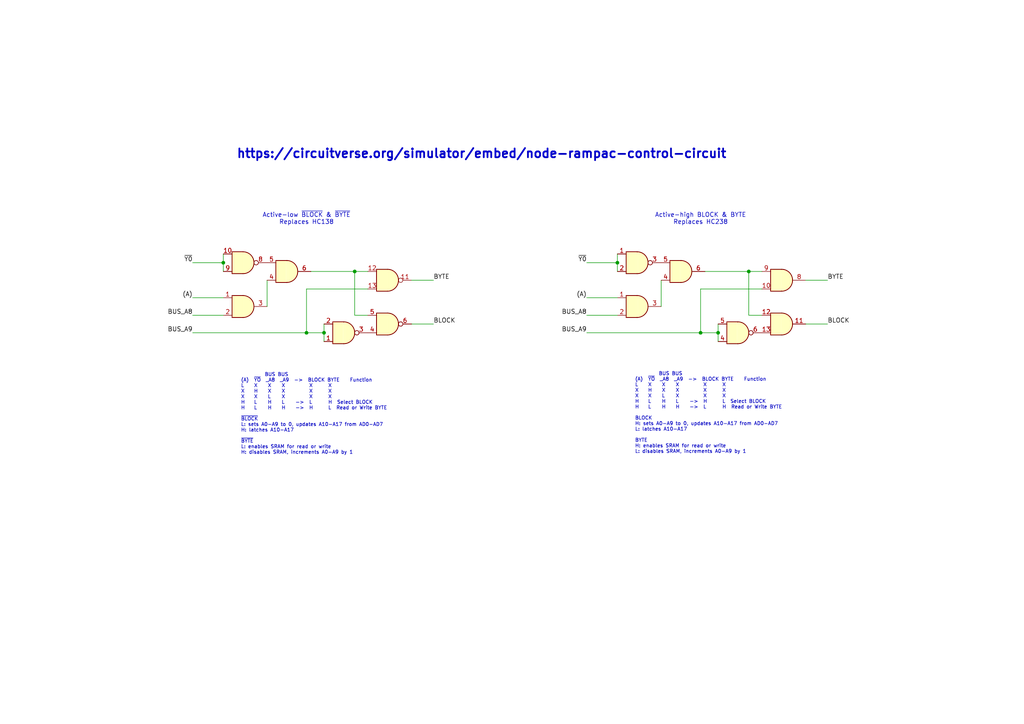
<source format=kicad_sch>
(kicad_sch
	(version 20231120)
	(generator "eeschema")
	(generator_version "8.0")
	(uuid "f15c2929-5cf4-4b4e-965d-148e1bec8a42")
	(paper "A4")
	(title_block
		(title "RAMPAC Control Logic")
		(date "2024-11-25")
		(company "Brian K. White - b.kenyon.w@gmail.com")
		(comment 1 "github.com/bkw777/NODE_DATAPAC")
	)
	(lib_symbols
		(symbol "000_LOCAL:74xx00"
			(exclude_from_sim no)
			(in_bom yes)
			(on_board yes)
			(property "Reference" "U"
				(at 1.524 8.636 0)
				(effects
					(font
						(size 1.27 1.27)
					)
				)
			)
			(property "Value" "74xx00"
				(at 3.302 6.604 0)
				(effects
					(font
						(size 1.27 1.27)
					)
				)
			)
			(property "Footprint" ""
				(at 0 0 0)
				(effects
					(font
						(size 1.27 1.27)
					)
					(hide yes)
				)
			)
			(property "Datasheet" "datasheets/HC00.pdf"
				(at 6.35 0 0)
				(effects
					(font
						(size 1.27 1.27)
					)
					(hide yes)
				)
			)
			(property "Description" "Quad NAND Gate"
				(at 6.35 0 0)
				(effects
					(font
						(size 1.27 1.27)
					)
					(hide yes)
				)
			)
			(property "ki_keywords" "Qaud Gate NAND"
				(at 0 0 0)
				(effects
					(font
						(size 1.27 1.27)
					)
					(hide yes)
				)
			)
			(property "ki_fp_filters" "SSOP* VSSOP*"
				(at 0 0 0)
				(effects
					(font
						(size 1.27 1.27)
					)
					(hide yes)
				)
			)
			(symbol "74xx00_1_1"
				(arc
					(start -0.635 -3.175)
					(mid 2.54 0)
					(end -0.635 3.175)
					(stroke
						(width 0.254)
						(type default)
					)
					(fill
						(type background)
					)
				)
				(polyline
					(pts
						(xy -0.635 -3.175) (xy -3.81 -3.175) (xy -3.81 3.175) (xy -0.635 3.175)
					)
					(stroke
						(width 0.254)
						(type default)
					)
					(fill
						(type background)
					)
				)
				(pin input line
					(at -6.35 2.54 0)
					(length 2.54)
					(name "~"
						(effects
							(font
								(size 1.27 1.27)
							)
						)
					)
					(number "1"
						(effects
							(font
								(size 1.27 1.27)
							)
						)
					)
				)
				(pin input line
					(at -6.35 -2.54 0)
					(length 2.54)
					(name "~"
						(effects
							(font
								(size 1.27 1.27)
							)
						)
					)
					(number "2"
						(effects
							(font
								(size 1.27 1.27)
							)
						)
					)
				)
				(pin output inverted
					(at 6.35 0 180)
					(length 3.81)
					(name "~"
						(effects
							(font
								(size 1.27 1.27)
							)
						)
					)
					(number "3"
						(effects
							(font
								(size 1.27 1.27)
							)
						)
					)
				)
			)
			(symbol "74xx00_2_1"
				(arc
					(start -0.635 -3.175)
					(mid 2.54 0)
					(end -0.635 3.175)
					(stroke
						(width 0.254)
						(type default)
					)
					(fill
						(type background)
					)
				)
				(polyline
					(pts
						(xy -0.635 -3.175) (xy -3.81 -3.175) (xy -3.81 3.175) (xy -0.635 3.175)
					)
					(stroke
						(width 0.254)
						(type default)
					)
					(fill
						(type background)
					)
				)
				(pin input line
					(at -6.35 2.54 0)
					(length 2.54)
					(name "~"
						(effects
							(font
								(size 1.27 1.27)
							)
						)
					)
					(number "4"
						(effects
							(font
								(size 1.27 1.27)
							)
						)
					)
				)
				(pin input line
					(at -6.35 -2.54 0)
					(length 2.54)
					(name "~"
						(effects
							(font
								(size 1.27 1.27)
							)
						)
					)
					(number "5"
						(effects
							(font
								(size 1.27 1.27)
							)
						)
					)
				)
				(pin output inverted
					(at 6.35 0 180)
					(length 3.81)
					(name "~"
						(effects
							(font
								(size 1.27 1.27)
							)
						)
					)
					(number "6"
						(effects
							(font
								(size 1.27 1.27)
							)
						)
					)
				)
			)
			(symbol "74xx00_3_1"
				(arc
					(start -0.635 -3.175)
					(mid 2.54 0)
					(end -0.635 3.175)
					(stroke
						(width 0.254)
						(type default)
					)
					(fill
						(type background)
					)
				)
				(polyline
					(pts
						(xy -0.635 -3.175) (xy -3.81 -3.175) (xy -3.81 3.175) (xy -0.635 3.175)
					)
					(stroke
						(width 0.254)
						(type default)
					)
					(fill
						(type background)
					)
				)
				(pin input line
					(at -6.35 -2.54 0)
					(length 2.54)
					(name "~"
						(effects
							(font
								(size 1.27 1.27)
							)
						)
					)
					(number "10"
						(effects
							(font
								(size 1.27 1.27)
							)
						)
					)
				)
				(pin output inverted
					(at 6.35 0 180)
					(length 3.81)
					(name "~"
						(effects
							(font
								(size 1.27 1.27)
							)
						)
					)
					(number "8"
						(effects
							(font
								(size 1.27 1.27)
							)
						)
					)
				)
				(pin input line
					(at -6.35 2.54 0)
					(length 2.54)
					(name "~"
						(effects
							(font
								(size 1.27 1.27)
							)
						)
					)
					(number "9"
						(effects
							(font
								(size 1.27 1.27)
							)
						)
					)
				)
			)
			(symbol "74xx00_4_1"
				(arc
					(start -0.635 -3.175)
					(mid 2.54 0)
					(end -0.635 3.175)
					(stroke
						(width 0.254)
						(type default)
					)
					(fill
						(type background)
					)
				)
				(polyline
					(pts
						(xy -0.635 -3.175) (xy -3.81 -3.175) (xy -3.81 3.175) (xy -0.635 3.175)
					)
					(stroke
						(width 0.254)
						(type default)
					)
					(fill
						(type background)
					)
				)
				(pin output inverted
					(at 6.35 0 180)
					(length 3.81)
					(name "~"
						(effects
							(font
								(size 1.27 1.27)
							)
						)
					)
					(number "11"
						(effects
							(font
								(size 1.27 1.27)
							)
						)
					)
				)
				(pin input line
					(at -6.35 2.54 0)
					(length 2.54)
					(name "~"
						(effects
							(font
								(size 1.27 1.27)
							)
						)
					)
					(number "12"
						(effects
							(font
								(size 1.27 1.27)
							)
						)
					)
				)
				(pin input line
					(at -6.35 -2.54 0)
					(length 2.54)
					(name "~"
						(effects
							(font
								(size 1.27 1.27)
							)
						)
					)
					(number "13"
						(effects
							(font
								(size 1.27 1.27)
							)
						)
					)
				)
			)
			(symbol "74xx00_5_0"
				(rectangle
					(start -5.08 5.08)
					(end 5.08 -5.08)
					(stroke
						(width 0.254)
						(type default)
					)
					(fill
						(type background)
					)
				)
			)
			(symbol "74xx00_5_1"
				(pin power_in line
					(at 0 10.16 270)
					(length 5.08)
					(name "VCC"
						(effects
							(font
								(size 1.27 1.27)
							)
						)
					)
					(number "14"
						(effects
							(font
								(size 1.27 1.27)
							)
						)
					)
				)
				(pin power_in line
					(at 0 -10.16 90)
					(length 5.08)
					(name "GND"
						(effects
							(font
								(size 1.27 1.27)
							)
						)
					)
					(number "7"
						(effects
							(font
								(size 1.27 1.27)
							)
						)
					)
				)
			)
		)
		(symbol "000_LOCAL:74xx08"
			(exclude_from_sim no)
			(in_bom yes)
			(on_board yes)
			(property "Reference" "U"
				(at 1.524 8.636 0)
				(effects
					(font
						(size 1.27 1.27)
					)
				)
			)
			(property "Value" "74xx08"
				(at 3.302 6.604 0)
				(effects
					(font
						(size 1.27 1.27)
					)
				)
			)
			(property "Footprint" ""
				(at 0 0 0)
				(effects
					(font
						(size 1.27 1.27)
					)
					(hide yes)
				)
			)
			(property "Datasheet" "datasheets/HC08.pdf"
				(at 6.35 0 0)
				(effects
					(font
						(size 1.27 1.27)
					)
					(hide yes)
				)
			)
			(property "Description" "Quad AND Gate"
				(at 6.35 0 0)
				(effects
					(font
						(size 1.27 1.27)
					)
					(hide yes)
				)
			)
			(property "ki_keywords" "Quad Gate AND"
				(at 0 0 0)
				(effects
					(font
						(size 1.27 1.27)
					)
					(hide yes)
				)
			)
			(property "ki_fp_filters" "SSOP* VSSOP*"
				(at 0 0 0)
				(effects
					(font
						(size 1.27 1.27)
					)
					(hide yes)
				)
			)
			(symbol "74xx08_1_1"
				(arc
					(start -0.635 -3.175)
					(mid 2.54 0)
					(end -0.635 3.175)
					(stroke
						(width 0.254)
						(type default)
					)
					(fill
						(type background)
					)
				)
				(polyline
					(pts
						(xy -0.635 -3.175) (xy -3.81 -3.175) (xy -3.81 3.175) (xy -0.635 3.175)
					)
					(stroke
						(width 0.254)
						(type default)
					)
					(fill
						(type background)
					)
				)
				(pin input line
					(at -6.35 2.54 0)
					(length 2.54)
					(name "~"
						(effects
							(font
								(size 1.27 1.27)
							)
						)
					)
					(number "1"
						(effects
							(font
								(size 1.27 1.27)
							)
						)
					)
				)
				(pin input line
					(at -6.35 -2.54 0)
					(length 2.54)
					(name "~"
						(effects
							(font
								(size 1.27 1.27)
							)
						)
					)
					(number "2"
						(effects
							(font
								(size 1.27 1.27)
							)
						)
					)
				)
				(pin output line
					(at 6.35 0 180)
					(length 3.81)
					(name "~"
						(effects
							(font
								(size 1.27 1.27)
							)
						)
					)
					(number "3"
						(effects
							(font
								(size 1.27 1.27)
							)
						)
					)
				)
			)
			(symbol "74xx08_2_1"
				(arc
					(start -0.635 -3.175)
					(mid 2.54 0)
					(end -0.635 3.175)
					(stroke
						(width 0.254)
						(type default)
					)
					(fill
						(type background)
					)
				)
				(polyline
					(pts
						(xy -0.635 -3.175) (xy -3.81 -3.175) (xy -3.81 3.175) (xy -0.635 3.175)
					)
					(stroke
						(width 0.254)
						(type default)
					)
					(fill
						(type background)
					)
				)
				(pin input line
					(at -6.35 2.54 0)
					(length 2.54)
					(name "~"
						(effects
							(font
								(size 1.27 1.27)
							)
						)
					)
					(number "4"
						(effects
							(font
								(size 1.27 1.27)
							)
						)
					)
				)
				(pin input line
					(at -6.35 -2.54 0)
					(length 2.54)
					(name "~"
						(effects
							(font
								(size 1.27 1.27)
							)
						)
					)
					(number "5"
						(effects
							(font
								(size 1.27 1.27)
							)
						)
					)
				)
				(pin output line
					(at 6.35 0 180)
					(length 3.81)
					(name "~"
						(effects
							(font
								(size 1.27 1.27)
							)
						)
					)
					(number "6"
						(effects
							(font
								(size 1.27 1.27)
							)
						)
					)
				)
			)
			(symbol "74xx08_3_1"
				(arc
					(start -0.635 -3.175)
					(mid 2.54 0)
					(end -0.635 3.175)
					(stroke
						(width 0.254)
						(type default)
					)
					(fill
						(type background)
					)
				)
				(polyline
					(pts
						(xy -0.635 -3.175) (xy -3.81 -3.175) (xy -3.81 3.175) (xy -0.635 3.175)
					)
					(stroke
						(width 0.254)
						(type default)
					)
					(fill
						(type background)
					)
				)
				(pin input line
					(at -6.35 -2.54 0)
					(length 2.54)
					(name "~"
						(effects
							(font
								(size 1.27 1.27)
							)
						)
					)
					(number "10"
						(effects
							(font
								(size 1.27 1.27)
							)
						)
					)
				)
				(pin output line
					(at 6.35 0 180)
					(length 3.81)
					(name "~"
						(effects
							(font
								(size 1.27 1.27)
							)
						)
					)
					(number "8"
						(effects
							(font
								(size 1.27 1.27)
							)
						)
					)
				)
				(pin input line
					(at -6.35 2.54 0)
					(length 2.54)
					(name "~"
						(effects
							(font
								(size 1.27 1.27)
							)
						)
					)
					(number "9"
						(effects
							(font
								(size 1.27 1.27)
							)
						)
					)
				)
			)
			(symbol "74xx08_4_1"
				(arc
					(start -0.635 -3.175)
					(mid 2.54 0)
					(end -0.635 3.175)
					(stroke
						(width 0.254)
						(type default)
					)
					(fill
						(type background)
					)
				)
				(polyline
					(pts
						(xy -0.635 -3.175) (xy -3.81 -3.175) (xy -3.81 3.175) (xy -0.635 3.175)
					)
					(stroke
						(width 0.254)
						(type default)
					)
					(fill
						(type background)
					)
				)
				(pin output line
					(at 6.35 0 180)
					(length 3.81)
					(name "~"
						(effects
							(font
								(size 1.27 1.27)
							)
						)
					)
					(number "11"
						(effects
							(font
								(size 1.27 1.27)
							)
						)
					)
				)
				(pin input line
					(at -6.35 2.54 0)
					(length 2.54)
					(name "~"
						(effects
							(font
								(size 1.27 1.27)
							)
						)
					)
					(number "12"
						(effects
							(font
								(size 1.27 1.27)
							)
						)
					)
				)
				(pin input line
					(at -6.35 -2.54 0)
					(length 2.54)
					(name "~"
						(effects
							(font
								(size 1.27 1.27)
							)
						)
					)
					(number "13"
						(effects
							(font
								(size 1.27 1.27)
							)
						)
					)
				)
			)
			(symbol "74xx08_5_0"
				(rectangle
					(start -5.08 5.08)
					(end 5.08 -5.08)
					(stroke
						(width 0.254)
						(type default)
					)
					(fill
						(type background)
					)
				)
			)
			(symbol "74xx08_5_1"
				(pin power_in line
					(at 0 10.16 270)
					(length 5.08)
					(name "VCC"
						(effects
							(font
								(size 1.27 1.27)
							)
						)
					)
					(number "14"
						(effects
							(font
								(size 1.27 1.27)
							)
						)
					)
				)
				(pin power_in line
					(at 0 -10.16 90)
					(length 5.08)
					(name "GND"
						(effects
							(font
								(size 1.27 1.27)
							)
						)
					)
					(number "7"
						(effects
							(font
								(size 1.27 1.27)
							)
						)
					)
				)
			)
		)
	)
	(junction
		(at 208.28 96.52)
		(diameter 0)
		(color 0 0 0 0)
		(uuid "56313f31-1b51-4f1a-9e07-40c806964e99")
	)
	(junction
		(at 88.9 96.52)
		(diameter 0)
		(color 0 0 0 0)
		(uuid "ad65fc6b-6e96-48f3-817f-8ad628c076c1")
	)
	(junction
		(at 179.07 76.2)
		(diameter 0)
		(color 0 0 0 0)
		(uuid "b1878cc3-7121-4e96-955d-320efad36a77")
	)
	(junction
		(at 64.77 76.2)
		(diameter 0)
		(color 0 0 0 0)
		(uuid "b54ab78f-bd38-4d90-bbd4-0cd1ab6be862")
	)
	(junction
		(at 93.98 96.52)
		(diameter 0)
		(color 0 0 0 0)
		(uuid "bcd4d080-4c28-45ee-a515-71cf903e0f26")
	)
	(junction
		(at 102.87 78.74)
		(diameter 0)
		(color 0 0 0 0)
		(uuid "c8b2229a-0c0f-46cc-a23a-ac83d4b89915")
	)
	(junction
		(at 203.2 96.52)
		(diameter 0)
		(color 0 0 0 0)
		(uuid "d8d41a92-9b2e-4eca-ab1f-c87af4d421e3")
	)
	(junction
		(at 217.17 78.74)
		(diameter 0)
		(color 0 0 0 0)
		(uuid "e19de3d1-1859-44cd-8ae0-1218359547a3")
	)
	(wire
		(pts
			(xy 170.18 96.52) (xy 203.2 96.52)
		)
		(stroke
			(width 0)
			(type default)
		)
		(uuid "0e36a295-701b-41e3-ac63-b51c98959e50")
	)
	(wire
		(pts
			(xy 55.88 76.2) (xy 64.77 76.2)
		)
		(stroke
			(width 0)
			(type default)
		)
		(uuid "1b635998-2f14-4ed1-8815-4f7f7e937a49")
	)
	(wire
		(pts
			(xy 233.68 81.28) (xy 240.03 81.28)
		)
		(stroke
			(width 0)
			(type default)
		)
		(uuid "24bbfed5-c844-4e7b-a3ab-2d0c59c50300")
	)
	(wire
		(pts
			(xy 179.07 73.66) (xy 179.07 76.2)
		)
		(stroke
			(width 0)
			(type default)
		)
		(uuid "296f23af-0302-40e1-9535-0e73967dc2e7")
	)
	(wire
		(pts
			(xy 64.77 73.66) (xy 64.77 76.2)
		)
		(stroke
			(width 0)
			(type default)
		)
		(uuid "2aa619fa-8b3a-4b2a-ae60-6498c4a4a787")
	)
	(wire
		(pts
			(xy 191.77 81.28) (xy 191.77 88.9)
		)
		(stroke
			(width 0)
			(type default)
		)
		(uuid "2d6b124b-0e31-41f9-a4b6-53dfe0e4b302")
	)
	(wire
		(pts
			(xy 233.68 93.98) (xy 240.03 93.98)
		)
		(stroke
			(width 0)
			(type default)
		)
		(uuid "3233a991-5e0d-403c-8271-b9c110f2def5")
	)
	(wire
		(pts
			(xy 203.2 83.82) (xy 203.2 96.52)
		)
		(stroke
			(width 0)
			(type default)
		)
		(uuid "40d15adb-ee27-487f-93a3-76b97e4af264")
	)
	(wire
		(pts
			(xy 106.68 91.44) (xy 102.87 91.44)
		)
		(stroke
			(width 0)
			(type default)
		)
		(uuid "481a7823-4491-4c51-b4e6-7e1026a7b437")
	)
	(wire
		(pts
			(xy 55.88 91.44) (xy 64.77 91.44)
		)
		(stroke
			(width 0)
			(type default)
		)
		(uuid "50ee9d56-e1ed-4d43-8d8a-866995b1a052")
	)
	(wire
		(pts
			(xy 119.38 81.28) (xy 125.73 81.28)
		)
		(stroke
			(width 0)
			(type default)
		)
		(uuid "52873688-da53-4756-8b2a-bde46f041e6a")
	)
	(wire
		(pts
			(xy 220.98 91.44) (xy 217.17 91.44)
		)
		(stroke
			(width 0)
			(type default)
		)
		(uuid "5dca31f6-ef5e-4cc0-917e-1cdf35a08c19")
	)
	(wire
		(pts
			(xy 217.17 78.74) (xy 220.98 78.74)
		)
		(stroke
			(width 0)
			(type default)
		)
		(uuid "6d047921-32e7-4bce-b8dd-c976fa7f9499")
	)
	(wire
		(pts
			(xy 208.28 93.98) (xy 208.28 96.52)
		)
		(stroke
			(width 0)
			(type default)
		)
		(uuid "74821c49-bf52-4669-a041-9ee0919b4ec8")
	)
	(wire
		(pts
			(xy 64.77 76.2) (xy 64.77 78.74)
		)
		(stroke
			(width 0)
			(type default)
		)
		(uuid "8027a0c0-fd8e-4f7c-817c-2575e1b3884e")
	)
	(wire
		(pts
			(xy 179.07 76.2) (xy 179.07 78.74)
		)
		(stroke
			(width 0)
			(type default)
		)
		(uuid "85ad2e1a-f814-4fb2-932f-66471ec89ee4")
	)
	(wire
		(pts
			(xy 93.98 96.52) (xy 93.98 99.06)
		)
		(stroke
			(width 0)
			(type default)
		)
		(uuid "88858f27-7ae8-4ef3-a4ff-98f5e618d899")
	)
	(wire
		(pts
			(xy 102.87 78.74) (xy 102.87 91.44)
		)
		(stroke
			(width 0)
			(type default)
		)
		(uuid "8f848bf5-40b4-4ecf-86c1-2211fb297bac")
	)
	(wire
		(pts
			(xy 204.47 78.74) (xy 217.17 78.74)
		)
		(stroke
			(width 0)
			(type default)
		)
		(uuid "906b10ad-9783-4501-a6ae-db96fb498dd8")
	)
	(wire
		(pts
			(xy 90.17 78.74) (xy 102.87 78.74)
		)
		(stroke
			(width 0)
			(type default)
		)
		(uuid "976d8d2f-5d2e-426b-8d7d-4dfe96074f96")
	)
	(wire
		(pts
			(xy 220.98 83.82) (xy 203.2 83.82)
		)
		(stroke
			(width 0)
			(type default)
		)
		(uuid "9906d8b4-4423-44ce-8be0-cba5954995e4")
	)
	(wire
		(pts
			(xy 88.9 96.52) (xy 93.98 96.52)
		)
		(stroke
			(width 0)
			(type default)
		)
		(uuid "9deeb972-6bde-4ee2-9d19-fc09c8e77d8d")
	)
	(wire
		(pts
			(xy 208.28 96.52) (xy 208.28 99.06)
		)
		(stroke
			(width 0)
			(type default)
		)
		(uuid "a1b2eb0c-57af-42af-bd87-c6b15f7ab0e3")
	)
	(wire
		(pts
			(xy 170.18 91.44) (xy 179.07 91.44)
		)
		(stroke
			(width 0)
			(type default)
		)
		(uuid "af9fb310-f0c4-4e50-8b12-ae4e79a806dc")
	)
	(wire
		(pts
			(xy 55.88 96.52) (xy 88.9 96.52)
		)
		(stroke
			(width 0)
			(type default)
		)
		(uuid "b310d5d9-1fd0-41c8-84f2-981fc917464c")
	)
	(wire
		(pts
			(xy 102.87 78.74) (xy 106.68 78.74)
		)
		(stroke
			(width 0)
			(type default)
		)
		(uuid "b86b0587-453a-48ee-bc3d-e03e77ecd979")
	)
	(wire
		(pts
			(xy 119.38 93.98) (xy 125.73 93.98)
		)
		(stroke
			(width 0)
			(type default)
		)
		(uuid "cda833c5-46c4-495b-b9c3-0443e1628742")
	)
	(wire
		(pts
			(xy 203.2 96.52) (xy 208.28 96.52)
		)
		(stroke
			(width 0)
			(type default)
		)
		(uuid "dbcdba4a-bd25-4a23-985a-52dec5ff4f28")
	)
	(wire
		(pts
			(xy 170.18 76.2) (xy 179.07 76.2)
		)
		(stroke
			(width 0)
			(type default)
		)
		(uuid "e4cfced7-b2df-479b-8042-bcf9e066a5d9")
	)
	(wire
		(pts
			(xy 93.98 93.98) (xy 93.98 96.52)
		)
		(stroke
			(width 0)
			(type default)
		)
		(uuid "ee526893-a848-4622-aa96-58650745bb3a")
	)
	(wire
		(pts
			(xy 170.18 86.36) (xy 179.07 86.36)
		)
		(stroke
			(width 0)
			(type default)
		)
		(uuid "f1451f96-2ff0-49eb-8b78-331d5c312e4f")
	)
	(wire
		(pts
			(xy 55.88 86.36) (xy 64.77 86.36)
		)
		(stroke
			(width 0)
			(type default)
		)
		(uuid "f648a4b0-b4ea-48ab-b050-4b32a7e8d60f")
	)
	(wire
		(pts
			(xy 217.17 78.74) (xy 217.17 91.44)
		)
		(stroke
			(width 0)
			(type default)
		)
		(uuid "f8841a1e-d239-45f1-b274-360cc856f479")
	)
	(wire
		(pts
			(xy 77.47 81.28) (xy 77.47 88.9)
		)
		(stroke
			(width 0)
			(type default)
		)
		(uuid "fea9bab0-6ac4-49be-a097-66e296f859b6")
	)
	(wire
		(pts
			(xy 88.9 83.82) (xy 88.9 96.52)
		)
		(stroke
			(width 0)
			(type default)
		)
		(uuid "ff87a3bf-f118-44e4-b8b2-7339fe79f2a9")
	)
	(wire
		(pts
			(xy 106.68 83.82) (xy 88.9 83.82)
		)
		(stroke
			(width 0)
			(type default)
		)
		(uuid "ffbed5e4-194a-4356-bb2a-5a3f5fd00c76")
	)
	(text "Active-high BLOCK & BYTE\nReplaces HC238"
		(exclude_from_sim no)
		(at 203.2 63.5 0)
		(effects
			(font
				(size 1.27 1.27)
			)
		)
		(uuid "1b1b744b-52cc-4a6b-a208-888828f32f07")
	)
	(text "Active-low ~{BLOCK} & ~{BYTE}\nReplaces HC138"
		(exclude_from_sim no)
		(at 88.9 63.5 0)
		(effects
			(font
				(size 1.27 1.27)
			)
		)
		(uuid "9b0863f8-9391-4a0a-8f03-88facf48d0c1")
	)
	(text "         BUS BUS\n(A)	~{YO}  _A8  _A9  ->  BLOCK BYTE    Function\nL	X	X	X		X	  X\nX	H	X	X		X	  X\nX	X	L	X		X	  X\nH	L	H	L	->  L	  H  Select BLOCK\nH	L	H	H	->  H	  L  Read or Write BYTE\n\n~{BLOCK}\nL: sets A0-A9 to 0, updates A10-A17 from AD0-AD7\nH: latches A10-A17\n\n~{BYTE}\nL: enables SRAM for read or write\nH: disables SRAM, increments A0-A9 by 1\n"
		(exclude_from_sim no)
		(at 69.85 108.204 0)
		(effects
			(font
				(face "KiCad Font")
				(size 1 1)
			)
			(justify left top)
		)
		(uuid "d2d54b37-c8c2-4d1b-ab40-c17599d1e7f1")
	)
	(text "         BUS BUS\n(A)	~{YO}  _A8  _A9  ->  BLOCK BYTE    Function\nL	X	X	X		X	  X\nX	H	X	X		X	  X\nX	X	L	X		X	  X\nH	L	H	L	->  H	  L  Select BLOCK\nH	L	H	H	->  L	  H  Read or Write BYTE\n\nBLOCK\nH: sets A0-A9 to 0, updates A10-A17 from AD0-AD7\nL: latches A10-A17\n\nBYTE\nH: enables SRAM for read or write\nL: disables SRAM, increments A0-A9 by 1\n"
		(exclude_from_sim no)
		(at 184.15 107.95 0)
		(effects
			(font
				(face "KiCad Font")
				(size 1 1)
			)
			(justify left top)
		)
		(uuid "e2fc4626-87cb-403f-acf5-21accce15267")
	)
	(text "https://circuitverse.org/simulator/embed/node-rampac-control-circuit"
		(exclude_from_sim no)
		(at 139.7 44.704 0)
		(effects
			(font
				(size 2.54 2.54)
				(thickness 0.508)
				(bold yes)
			)
		)
		(uuid "f980b623-a9ef-4fbd-b7a2-3df59dfff4d7")
	)
	(label "~{Y0}"
		(at 55.88 76.2 180)
		(fields_autoplaced yes)
		(effects
			(font
				(size 1.27 1.27)
			)
			(justify right bottom)
		)
		(uuid "1f217482-894a-4e06-989e-249f1c6ce976")
	)
	(label "(A)"
		(at 170.18 86.36 180)
		(fields_autoplaced yes)
		(effects
			(font
				(size 1.27 1.27)
			)
			(justify right bottom)
		)
		(uuid "26f24c64-71f1-4b61-858b-c7ec076136e2")
	)
	(label "BUS_A9"
		(at 170.18 96.52 180)
		(fields_autoplaced yes)
		(effects
			(font
				(size 1.27 1.27)
			)
			(justify right bottom)
		)
		(uuid "46916032-3d28-410d-b9be-64897c3e8d6b")
	)
	(label "BYTE"
		(at 240.03 81.28 0)
		(fields_autoplaced yes)
		(effects
			(font
				(size 1.27 1.27)
			)
			(justify left bottom)
		)
		(uuid "5b7f43f5-4b03-417b-b7a6-d47e64806a50")
	)
	(label "(A)"
		(at 55.88 86.36 180)
		(fields_autoplaced yes)
		(effects
			(font
				(size 1.27 1.27)
			)
			(justify right bottom)
		)
		(uuid "74b8cd22-9d51-4321-aea2-1179e8ea966a")
	)
	(label "BUS_A8"
		(at 55.88 91.44 180)
		(fields_autoplaced yes)
		(effects
			(font
				(size 1.27 1.27)
			)
			(justify right bottom)
		)
		(uuid "8ba6f2b2-1f7d-460b-b972-fcd3ee5cbdb0")
	)
	(label "BUS_A9"
		(at 55.88 96.52 180)
		(fields_autoplaced yes)
		(effects
			(font
				(size 1.27 1.27)
			)
			(justify right bottom)
		)
		(uuid "9168f0d9-0c1d-49c5-a24a-6195b261c63c")
	)
	(label "BLOCK"
		(at 125.73 93.98 0)
		(fields_autoplaced yes)
		(effects
			(font
				(size 1.27 1.27)
			)
			(justify left bottom)
		)
		(uuid "9a430ad2-3827-44fa-a0a3-13e5465d7587")
	)
	(label "~{Y0}"
		(at 170.18 76.2 180)
		(fields_autoplaced yes)
		(effects
			(font
				(size 1.27 1.27)
			)
			(justify right bottom)
		)
		(uuid "b213052a-974f-4699-9bfe-2c609db9a494")
	)
	(label "BYTE"
		(at 125.73 81.28 0)
		(fields_autoplaced yes)
		(effects
			(font
				(size 1.27 1.27)
			)
			(justify left bottom)
		)
		(uuid "bc89ae6c-5812-4b06-bb0a-a30407b4b8cb")
	)
	(label "BLOCK"
		(at 240.03 93.98 0)
		(fields_autoplaced yes)
		(effects
			(font
				(size 1.27 1.27)
			)
			(justify left bottom)
		)
		(uuid "c415988f-5580-473d-91d3-c15980c0247a")
	)
	(label "BUS_A8"
		(at 170.18 91.44 180)
		(fields_autoplaced yes)
		(effects
			(font
				(size 1.27 1.27)
			)
			(justify right bottom)
		)
		(uuid "d486a3d2-482c-45a4-9ddc-c6029ad0fa99")
	)
	(symbol
		(lib_id "000_LOCAL:74xx08")
		(at 198.12 78.74 0)
		(mirror x)
		(unit 2)
		(exclude_from_sim no)
		(in_bom yes)
		(on_board yes)
		(dnp no)
		(uuid "0f504627-fce3-4894-8e2f-a817ca9d635e")
		(property "Reference" "U3"
			(at 196.85 77.47 0)
			(effects
				(font
					(size 1.27 1.27)
				)
				(hide yes)
			)
		)
		(property "Value" "HC08"
			(at 197.358 79.756 0)
			(effects
				(font
					(size 1.27 1.27)
				)
				(hide yes)
			)
		)
		(property "Footprint" "000_LOCAL:SOIC-14_3.9x8.7mm_P1.27mm"
			(at 198.12 78.74 0)
			(effects
				(font
					(size 1.27 1.27)
				)
				(hide yes)
			)
		)
		(property "Datasheet" "datasheets/HC08.pdf"
			(at 204.47 78.74 0)
			(effects
				(font
					(size 1.27 1.27)
				)
				(hide yes)
			)
		)
		(property "Description" "IC GATE AND 4CH 2-INP 14SO"
			(at 204.47 78.74 0)
			(effects
				(font
					(size 1.27 1.27)
				)
				(hide yes)
			)
		)
		(property "MPN" "74HC08D,653"
			(at 198.12 78.74 0)
			(effects
				(font
					(size 1.27 1.27)
				)
				(hide yes)
			)
		)
		(pin "10"
			(uuid "bb7534d7-1bba-4750-8c68-f3d1011f9008")
		)
		(pin "6"
			(uuid "03b6e8b1-7676-4117-8346-dd75c4528a8a")
		)
		(pin "2"
			(uuid "73cd226a-b044-4154-b927-5dc6ed52acd4")
		)
		(pin "5"
			(uuid "621fa591-e4ef-4b01-8ab0-e5650eff2ea7")
		)
		(pin "4"
			(uuid "2c1c1475-9206-4adc-80ef-114fc494351a")
		)
		(pin "8"
			(uuid "714ac9f7-059a-4b9b-b3e8-1c8d3c910c0a")
		)
		(pin "12"
			(uuid "4526d731-76ba-4a78-8604-29287682d71e")
		)
		(pin "1"
			(uuid "21c411cf-107d-4669-8e50-d29b3170a746")
		)
		(pin "13"
			(uuid "83bdc63f-32f5-4c60-8ab0-a409b7376b87")
		)
		(pin "3"
			(uuid "e547ac33-f5b1-4e4a-a943-a4601c1e8d6c")
		)
		(pin "11"
			(uuid "11a35984-858f-4669-b5fd-6761838003be")
		)
		(pin "14"
			(uuid "397e49b7-b70e-4f38-a027-af951a3dd0bc")
		)
		(pin "7"
			(uuid "fcad5c90-ad43-4420-ac39-27973a027cd9")
		)
		(pin "9"
			(uuid "5acd6ab9-4f75-4d95-acfb-1600e8e14b58")
		)
		(instances
			(project ""
				(path "/f15c2929-5cf4-4b4e-965d-148e1bec8a42"
					(reference "U3")
					(unit 2)
				)
			)
		)
	)
	(symbol
		(lib_id "000_LOCAL:74xx08")
		(at 71.12 88.9 0)
		(unit 1)
		(exclude_from_sim no)
		(in_bom yes)
		(on_board yes)
		(dnp no)
		(uuid "1004f691-bc39-401b-bf87-2a3f7aed4977")
		(property "Reference" "U2"
			(at 69.596 87.63 0)
			(effects
				(font
					(size 1.27 1.27)
				)
				(hide yes)
			)
		)
		(property "Value" "HC08"
			(at 70.104 90.17 0)
			(effects
				(font
					(size 1.27 1.27)
				)
				(hide yes)
			)
		)
		(property "Footprint" "000_LOCAL:SOIC-14_3.9x8.7mm_P1.27mm"
			(at 71.12 88.9 0)
			(effects
				(font
					(size 1.27 1.27)
				)
				(hide yes)
			)
		)
		(property "Datasheet" "datasheets/HC08.pdf"
			(at 77.47 88.9 0)
			(effects
				(font
					(size 1.27 1.27)
				)
				(hide yes)
			)
		)
		(property "Description" "IC GATE AND 4CH 2-INP 14SO"
			(at 77.47 88.9 0)
			(effects
				(font
					(size 1.27 1.27)
				)
				(hide yes)
			)
		)
		(property "MPN" "74HC08D,653"
			(at 71.12 88.9 0)
			(effects
				(font
					(size 1.27 1.27)
				)
				(hide yes)
			)
		)
		(pin "10"
			(uuid "bb7534d7-1bba-4750-8c68-f3d1011f900b")
		)
		(pin "6"
			(uuid "03b6e8b1-7676-4117-8346-dd75c4528a8d")
		)
		(pin "2"
			(uuid "41652247-c8d6-454e-87dc-2c77a7ddc799")
		)
		(pin "5"
			(uuid "621fa591-e4ef-4b01-8ab0-e5650eff2eaa")
		)
		(pin "4"
			(uuid "2c1c1475-9206-4adc-80ef-114fc494351d")
		)
		(pin "8"
			(uuid "714ac9f7-059a-4b9b-b3e8-1c8d3c910c0d")
		)
		(pin "12"
			(uuid "4526d731-76ba-4a78-8604-29287682d721")
		)
		(pin "1"
			(uuid "66873caf-f262-4fbf-9fd5-0d706518d141")
		)
		(pin "13"
			(uuid "83bdc63f-32f5-4c60-8ab0-a409b7376b8a")
		)
		(pin "3"
			(uuid "66f430bb-2009-4918-8a98-c9a3ba732da0")
		)
		(pin "11"
			(uuid "11a35984-858f-4669-b5fd-6761838003c1")
		)
		(pin "14"
			(uuid "397e49b7-b70e-4f38-a027-af951a3dd0bf")
		)
		(pin "7"
			(uuid "fcad5c90-ad43-4420-ac39-27973a027cdc")
		)
		(pin "9"
			(uuid "5acd6ab9-4f75-4d95-acfb-1600e8e14b5b")
		)
		(instances
			(project "replace_238"
				(path "/f15c2929-5cf4-4b4e-965d-148e1bec8a42"
					(reference "U2")
					(unit 1)
				)
			)
		)
	)
	(symbol
		(lib_id "000_LOCAL:74xx00")
		(at 113.03 81.28 0)
		(unit 4)
		(exclude_from_sim no)
		(in_bom yes)
		(on_board yes)
		(dnp no)
		(uuid "118d60ca-14d6-4265-ac3e-1d01f2e10b69")
		(property "Reference" "U1"
			(at 111.76 80.01 0)
			(effects
				(font
					(size 1.27 1.27)
				)
				(hide yes)
			)
		)
		(property "Value" "HC00"
			(at 112.268 82.55 0)
			(effects
				(font
					(size 1.27 1.27)
				)
				(hide yes)
			)
		)
		(property "Footprint" ""
			(at 113.03 81.28 0)
			(effects
				(font
					(size 1.27 1.27)
				)
				(hide yes)
			)
		)
		(property "Datasheet" "datasheets/HC00.pdf"
			(at 119.38 81.28 0)
			(effects
				(font
					(size 1.27 1.27)
				)
				(hide yes)
			)
		)
		(property "Description" "Quad NAND Gate"
			(at 119.38 81.28 0)
			(effects
				(font
					(size 1.27 1.27)
				)
				(hide yes)
			)
		)
		(pin "13"
			(uuid "800f686b-3fc8-4298-a892-44851850168b")
		)
		(pin "6"
			(uuid "50f8bce6-eb8c-40fb-a328-9ed6be808930")
		)
		(pin "14"
			(uuid "e9a170bd-c6c4-48da-aaf3-f72742a89570")
		)
		(pin "5"
			(uuid "4837bd42-0818-4867-bf60-70a9e04cbeb0")
		)
		(pin "9"
			(uuid "0164b0f7-9956-492e-800e-b21c3e0ee913")
		)
		(pin "2"
			(uuid "15567024-14bb-4f87-b041-380521853174")
		)
		(pin "10"
			(uuid "9246da32-0e26-44ea-a233-c4cb81720b3b")
		)
		(pin "4"
			(uuid "b1b0f69d-4410-47c4-97cf-739208d12223")
		)
		(pin "8"
			(uuid "95ddd842-b9fb-40c8-a23b-00d08dd67850")
		)
		(pin "11"
			(uuid "81006710-d218-4d11-bc63-7a6a9e75d841")
		)
		(pin "3"
			(uuid "569d91df-9c9b-45fd-ab73-a3484711cb09")
		)
		(pin "12"
			(uuid "cb36b4d6-6c04-4ce6-9322-7a3a560d774f")
		)
		(pin "7"
			(uuid "74d3258f-a9a9-4c23-9355-1b900ca0019c")
		)
		(pin "1"
			(uuid "8b4c88f5-2ce3-4abf-ad54-ec0e096fc965")
		)
		(instances
			(project "replace_238"
				(path "/f15c2929-5cf4-4b4e-965d-148e1bec8a42"
					(reference "U1")
					(unit 4)
				)
			)
		)
	)
	(symbol
		(lib_id "000_LOCAL:74xx00")
		(at 214.63 96.52 0)
		(mirror x)
		(unit 2)
		(exclude_from_sim no)
		(in_bom yes)
		(on_board yes)
		(dnp no)
		(uuid "13ba83a6-ff50-486f-8903-656642546781")
		(property "Reference" "U4"
			(at 213.614 95.25 0)
			(effects
				(font
					(size 1.27 1.27)
				)
				(hide yes)
			)
		)
		(property "Value" "HC00"
			(at 213.614 97.79 0)
			(effects
				(font
					(size 1.27 1.27)
				)
				(hide yes)
			)
		)
		(property "Footprint" ""
			(at 214.63 96.52 0)
			(effects
				(font
					(size 1.27 1.27)
				)
				(hide yes)
			)
		)
		(property "Datasheet" "datasheets/HC00.pdf"
			(at 220.98 96.52 0)
			(effects
				(font
					(size 1.27 1.27)
				)
				(hide yes)
			)
		)
		(property "Description" "Quad NAND Gate"
			(at 220.98 96.52 0)
			(effects
				(font
					(size 1.27 1.27)
				)
				(hide yes)
			)
		)
		(pin "13"
			(uuid "a6c8fdbd-902e-4331-98e9-e639f5947c8b")
		)
		(pin "6"
			(uuid "50f8bce6-eb8c-40fb-a328-9ed6be80892d")
		)
		(pin "14"
			(uuid "e9a170bd-c6c4-48da-aaf3-f72742a8956d")
		)
		(pin "5"
			(uuid "4837bd42-0818-4867-bf60-70a9e04cbead")
		)
		(pin "9"
			(uuid "0164b0f7-9956-492e-800e-b21c3e0ee910")
		)
		(pin "2"
			(uuid "15567024-14bb-4f87-b041-380521853171")
		)
		(pin "10"
			(uuid "9246da32-0e26-44ea-a233-c4cb81720b38")
		)
		(pin "4"
			(uuid "b1b0f69d-4410-47c4-97cf-739208d12220")
		)
		(pin "8"
			(uuid "95ddd842-b9fb-40c8-a23b-00d08dd6784d")
		)
		(pin "11"
			(uuid "4830e06d-1c73-4761-819e-35d126a5c129")
		)
		(pin "3"
			(uuid "569d91df-9c9b-45fd-ab73-a3484711cb06")
		)
		(pin "12"
			(uuid "69864355-32d1-4bed-a286-eb0c7ab5c83f")
		)
		(pin "7"
			(uuid "74d3258f-a9a9-4c23-9355-1b900ca00199")
		)
		(pin "1"
			(uuid "8b4c88f5-2ce3-4abf-ad54-ec0e096fc962")
		)
		(instances
			(project ""
				(path "/f15c2929-5cf4-4b4e-965d-148e1bec8a42"
					(reference "U4")
					(unit 2)
				)
			)
		)
	)
	(symbol
		(lib_id "000_LOCAL:74xx00")
		(at 100.33 96.52 0)
		(mirror x)
		(unit 1)
		(exclude_from_sim no)
		(in_bom yes)
		(on_board yes)
		(dnp no)
		(uuid "373456a0-f92f-4c15-9205-81ee1491beaf")
		(property "Reference" "U1"
			(at 99.314 95.25 0)
			(effects
				(font
					(size 1.27 1.27)
				)
				(hide yes)
			)
		)
		(property "Value" "HC00"
			(at 99.314 97.79 0)
			(effects
				(font
					(size 1.27 1.27)
				)
				(hide yes)
			)
		)
		(property "Footprint" ""
			(at 100.33 96.52 0)
			(effects
				(font
					(size 1.27 1.27)
				)
				(hide yes)
			)
		)
		(property "Datasheet" "datasheets/HC00.pdf"
			(at 106.68 96.52 0)
			(effects
				(font
					(size 1.27 1.27)
				)
				(hide yes)
			)
		)
		(property "Description" "Quad NAND Gate"
			(at 106.68 96.52 0)
			(effects
				(font
					(size 1.27 1.27)
				)
				(hide yes)
			)
		)
		(pin "13"
			(uuid "a6c8fdbd-902e-4331-98e9-e639f5947c8c")
		)
		(pin "6"
			(uuid "50f8bce6-eb8c-40fb-a328-9ed6be80892e")
		)
		(pin "14"
			(uuid "e9a170bd-c6c4-48da-aaf3-f72742a8956e")
		)
		(pin "5"
			(uuid "4837bd42-0818-4867-bf60-70a9e04cbeae")
		)
		(pin "9"
			(uuid "0ec0b5ac-3526-4efe-a621-6ea9bf82d43e")
		)
		(pin "2"
			(uuid "15567024-14bb-4f87-b041-380521853172")
		)
		(pin "10"
			(uuid "e19a8d62-5f9c-4390-9c70-26f50d80565a")
		)
		(pin "4"
			(uuid "b1b0f69d-4410-47c4-97cf-739208d12221")
		)
		(pin "8"
			(uuid "5a402556-a7f3-4252-a4f1-38632130cf7a")
		)
		(pin "11"
			(uuid "4830e06d-1c73-4761-819e-35d126a5c12a")
		)
		(pin "3"
			(uuid "569d91df-9c9b-45fd-ab73-a3484711cb07")
		)
		(pin "12"
			(uuid "69864355-32d1-4bed-a286-eb0c7ab5c840")
		)
		(pin "7"
			(uuid "74d3258f-a9a9-4c23-9355-1b900ca0019a")
		)
		(pin "1"
			(uuid "8b4c88f5-2ce3-4abf-ad54-ec0e096fc963")
		)
		(instances
			(project "replace_238"
				(path "/f15c2929-5cf4-4b4e-965d-148e1bec8a42"
					(reference "U1")
					(unit 1)
				)
			)
		)
	)
	(symbol
		(lib_id "000_LOCAL:74xx08")
		(at 227.33 81.28 0)
		(unit 3)
		(exclude_from_sim no)
		(in_bom yes)
		(on_board yes)
		(dnp no)
		(uuid "5b35ccc5-70a3-4c09-aeb6-d4c811dc943c")
		(property "Reference" "U3"
			(at 226.314 80.01 0)
			(effects
				(font
					(size 1.27 1.27)
				)
				(hide yes)
			)
		)
		(property "Value" "HC08"
			(at 226.314 82.55 0)
			(effects
				(font
					(size 1.27 1.27)
				)
				(hide yes)
			)
		)
		(property "Footprint" "000_LOCAL:SOIC-14_3.9x8.7mm_P1.27mm"
			(at 227.33 81.28 0)
			(effects
				(font
					(size 1.27 1.27)
				)
				(hide yes)
			)
		)
		(property "Datasheet" "datasheets/HC08.pdf"
			(at 233.68 81.28 0)
			(effects
				(font
					(size 1.27 1.27)
				)
				(hide yes)
			)
		)
		(property "Description" "IC GATE AND 4CH 2-INP 14SO"
			(at 233.68 81.28 0)
			(effects
				(font
					(size 1.27 1.27)
				)
				(hide yes)
			)
		)
		(property "MPN" "74HC08D,653"
			(at 227.33 81.28 0)
			(effects
				(font
					(size 1.27 1.27)
				)
				(hide yes)
			)
		)
		(pin "10"
			(uuid "bb7534d7-1bba-4750-8c68-f3d1011f900a")
		)
		(pin "6"
			(uuid "03b6e8b1-7676-4117-8346-dd75c4528a8c")
		)
		(pin "2"
			(uuid "73cd226a-b044-4154-b927-5dc6ed52acd6")
		)
		(pin "5"
			(uuid "621fa591-e4ef-4b01-8ab0-e5650eff2ea9")
		)
		(pin "4"
			(uuid "2c1c1475-9206-4adc-80ef-114fc494351c")
		)
		(pin "8"
			(uuid "714ac9f7-059a-4b9b-b3e8-1c8d3c910c0c")
		)
		(pin "12"
			(uuid "4526d731-76ba-4a78-8604-29287682d720")
		)
		(pin "1"
			(uuid "21c411cf-107d-4669-8e50-d29b3170a748")
		)
		(pin "13"
			(uuid "83bdc63f-32f5-4c60-8ab0-a409b7376b89")
		)
		(pin "3"
			(uuid "e547ac33-f5b1-4e4a-a943-a4601c1e8d6e")
		)
		(pin "11"
			(uuid "11a35984-858f-4669-b5fd-6761838003c0")
		)
		(pin "14"
			(uuid "397e49b7-b70e-4f38-a027-af951a3dd0be")
		)
		(pin "7"
			(uuid "fcad5c90-ad43-4420-ac39-27973a027cdb")
		)
		(pin "9"
			(uuid "5acd6ab9-4f75-4d95-acfb-1600e8e14b5a")
		)
		(instances
			(project ""
				(path "/f15c2929-5cf4-4b4e-965d-148e1bec8a42"
					(reference "U3")
					(unit 3)
				)
			)
		)
	)
	(symbol
		(lib_id "000_LOCAL:74xx08")
		(at 83.82 78.74 0)
		(mirror x)
		(unit 2)
		(exclude_from_sim no)
		(in_bom yes)
		(on_board yes)
		(dnp no)
		(uuid "5f8729bd-2aec-4f9a-9ce8-229251e16b94")
		(property "Reference" "U2"
			(at 82.55 77.47 0)
			(effects
				(font
					(size 1.27 1.27)
				)
				(hide yes)
			)
		)
		(property "Value" "HC08"
			(at 83.058 79.756 0)
			(effects
				(font
					(size 1.27 1.27)
				)
				(hide yes)
			)
		)
		(property "Footprint" "000_LOCAL:SOIC-14_3.9x8.7mm_P1.27mm"
			(at 83.82 78.74 0)
			(effects
				(font
					(size 1.27 1.27)
				)
				(hide yes)
			)
		)
		(property "Datasheet" "datasheets/HC08.pdf"
			(at 90.17 78.74 0)
			(effects
				(font
					(size 1.27 1.27)
				)
				(hide yes)
			)
		)
		(property "Description" "IC GATE AND 4CH 2-INP 14SO"
			(at 90.17 78.74 0)
			(effects
				(font
					(size 1.27 1.27)
				)
				(hide yes)
			)
		)
		(property "MPN" "74HC08D,653"
			(at 83.82 78.74 0)
			(effects
				(font
					(size 1.27 1.27)
				)
				(hide yes)
			)
		)
		(pin "10"
			(uuid "bb7534d7-1bba-4750-8c68-f3d1011f9009")
		)
		(pin "6"
			(uuid "d227fcfe-e81a-4891-b635-3252ac39d4d3")
		)
		(pin "2"
			(uuid "73cd226a-b044-4154-b927-5dc6ed52acd5")
		)
		(pin "5"
			(uuid "7b428aaa-983f-4639-aac1-e0104040bad7")
		)
		(pin "4"
			(uuid "3eb54b01-eb56-4d2b-898d-d5391e2404b9")
		)
		(pin "8"
			(uuid "714ac9f7-059a-4b9b-b3e8-1c8d3c910c0b")
		)
		(pin "12"
			(uuid "4526d731-76ba-4a78-8604-29287682d71f")
		)
		(pin "1"
			(uuid "21c411cf-107d-4669-8e50-d29b3170a747")
		)
		(pin "13"
			(uuid "83bdc63f-32f5-4c60-8ab0-a409b7376b88")
		)
		(pin "3"
			(uuid "e547ac33-f5b1-4e4a-a943-a4601c1e8d6d")
		)
		(pin "11"
			(uuid "11a35984-858f-4669-b5fd-6761838003bf")
		)
		(pin "14"
			(uuid "397e49b7-b70e-4f38-a027-af951a3dd0bd")
		)
		(pin "7"
			(uuid "fcad5c90-ad43-4420-ac39-27973a027cda")
		)
		(pin "9"
			(uuid "5acd6ab9-4f75-4d95-acfb-1600e8e14b59")
		)
		(instances
			(project "replace_238"
				(path "/f15c2929-5cf4-4b4e-965d-148e1bec8a42"
					(reference "U2")
					(unit 2)
				)
			)
		)
	)
	(symbol
		(lib_id "000_LOCAL:74xx00")
		(at 71.12 76.2 0)
		(mirror x)
		(unit 3)
		(exclude_from_sim no)
		(in_bom yes)
		(on_board yes)
		(dnp no)
		(uuid "bc25521a-0335-48b8-8576-86a86e21a9ab")
		(property "Reference" "U1"
			(at 70.104 74.93 0)
			(effects
				(font
					(size 1.27 1.27)
				)
				(hide yes)
			)
		)
		(property "Value" "HC00"
			(at 70.104 77.47 0)
			(effects
				(font
					(size 1.27 1.27)
				)
				(hide yes)
			)
		)
		(property "Footprint" ""
			(at 71.12 76.2 0)
			(effects
				(font
					(size 1.27 1.27)
				)
				(hide yes)
			)
		)
		(property "Datasheet" "datasheets/HC00.pdf"
			(at 77.47 76.2 0)
			(effects
				(font
					(size 1.27 1.27)
				)
				(hide yes)
			)
		)
		(property "Description" "Quad NAND Gate"
			(at 77.47 76.2 0)
			(effects
				(font
					(size 1.27 1.27)
				)
				(hide yes)
			)
		)
		(pin "13"
			(uuid "a6c8fdbd-902e-4331-98e9-e639f5947c8d")
		)
		(pin "6"
			(uuid "50f8bce6-eb8c-40fb-a328-9ed6be80892f")
		)
		(pin "14"
			(uuid "e9a170bd-c6c4-48da-aaf3-f72742a8956f")
		)
		(pin "5"
			(uuid "4837bd42-0818-4867-bf60-70a9e04cbeaf")
		)
		(pin "9"
			(uuid "8d8c58a8-0085-4d15-aae2-caa17e0380fb")
		)
		(pin "2"
			(uuid "15567024-14bb-4f87-b041-380521853173")
		)
		(pin "10"
			(uuid "598b515a-37b4-481d-9829-52b68914d934")
		)
		(pin "4"
			(uuid "b1b0f69d-4410-47c4-97cf-739208d12222")
		)
		(pin "8"
			(uuid "55550cd3-2f4a-4586-8e07-03dd3ea4dbab")
		)
		(pin "11"
			(uuid "4830e06d-1c73-4761-819e-35d126a5c12b")
		)
		(pin "3"
			(uuid "569d91df-9c9b-45fd-ab73-a3484711cb08")
		)
		(pin "12"
			(uuid "69864355-32d1-4bed-a286-eb0c7ab5c841")
		)
		(pin "7"
			(uuid "74d3258f-a9a9-4c23-9355-1b900ca0019b")
		)
		(pin "1"
			(uuid "8b4c88f5-2ce3-4abf-ad54-ec0e096fc964")
		)
		(instances
			(project "replace_238"
				(path "/f15c2929-5cf4-4b4e-965d-148e1bec8a42"
					(reference "U1")
					(unit 3)
				)
			)
		)
	)
	(symbol
		(lib_id "000_LOCAL:74xx00")
		(at 185.42 76.2 0)
		(unit 1)
		(exclude_from_sim no)
		(in_bom yes)
		(on_board yes)
		(dnp no)
		(uuid "c335ee9f-52f6-415d-9cd6-45299d75fdb7")
		(property "Reference" "U4"
			(at 184.15 74.93 0)
			(effects
				(font
					(size 1.27 1.27)
				)
				(hide yes)
			)
		)
		(property "Value" "HC00"
			(at 184.658 77.47 0)
			(effects
				(font
					(size 1.27 1.27)
				)
				(hide yes)
			)
		)
		(property "Footprint" ""
			(at 185.42 76.2 0)
			(effects
				(font
					(size 1.27 1.27)
				)
				(hide yes)
			)
		)
		(property "Datasheet" "datasheets/HC00.pdf"
			(at 191.77 76.2 0)
			(effects
				(font
					(size 1.27 1.27)
				)
				(hide yes)
			)
		)
		(property "Description" "Quad NAND Gate"
			(at 191.77 76.2 0)
			(effects
				(font
					(size 1.27 1.27)
				)
				(hide yes)
			)
		)
		(pin "13"
			(uuid "a6c8fdbd-902e-4331-98e9-e639f5947c8e")
		)
		(pin "6"
			(uuid "50f8bce6-eb8c-40fb-a328-9ed6be808931")
		)
		(pin "14"
			(uuid "e9a170bd-c6c4-48da-aaf3-f72742a89571")
		)
		(pin "5"
			(uuid "4837bd42-0818-4867-bf60-70a9e04cbeb1")
		)
		(pin "9"
			(uuid "0164b0f7-9956-492e-800e-b21c3e0ee914")
		)
		(pin "2"
			(uuid "15567024-14bb-4f87-b041-380521853175")
		)
		(pin "10"
			(uuid "9246da32-0e26-44ea-a233-c4cb81720b3c")
		)
		(pin "4"
			(uuid "b1b0f69d-4410-47c4-97cf-739208d12224")
		)
		(pin "8"
			(uuid "95ddd842-b9fb-40c8-a23b-00d08dd67851")
		)
		(pin "11"
			(uuid "4830e06d-1c73-4761-819e-35d126a5c12c")
		)
		(pin "3"
			(uuid "569d91df-9c9b-45fd-ab73-a3484711cb0a")
		)
		(pin "12"
			(uuid "69864355-32d1-4bed-a286-eb0c7ab5c842")
		)
		(pin "7"
			(uuid "74d3258f-a9a9-4c23-9355-1b900ca0019d")
		)
		(pin "1"
			(uuid "8b4c88f5-2ce3-4abf-ad54-ec0e096fc966")
		)
		(instances
			(project ""
				(path "/f15c2929-5cf4-4b4e-965d-148e1bec8a42"
					(reference "U4")
					(unit 1)
				)
			)
		)
	)
	(symbol
		(lib_id "000_LOCAL:74xx08")
		(at 185.42 88.9 0)
		(unit 1)
		(exclude_from_sim no)
		(in_bom yes)
		(on_board yes)
		(dnp no)
		(uuid "cac06367-697f-4c82-9f3c-c14f967b8810")
		(property "Reference" "U3"
			(at 183.896 87.63 0)
			(effects
				(font
					(size 1.27 1.27)
				)
				(hide yes)
			)
		)
		(property "Value" "HC08"
			(at 184.404 90.17 0)
			(effects
				(font
					(size 1.27 1.27)
				)
				(hide yes)
			)
		)
		(property "Footprint" "000_LOCAL:SOIC-14_3.9x8.7mm_P1.27mm"
			(at 185.42 88.9 0)
			(effects
				(font
					(size 1.27 1.27)
				)
				(hide yes)
			)
		)
		(property "Datasheet" "datasheets/HC08.pdf"
			(at 191.77 88.9 0)
			(effects
				(font
					(size 1.27 1.27)
				)
				(hide yes)
			)
		)
		(property "Description" "IC GATE AND 4CH 2-INP 14SO"
			(at 191.77 88.9 0)
			(effects
				(font
					(size 1.27 1.27)
				)
				(hide yes)
			)
		)
		(property "MPN" "74HC08D,653"
			(at 185.42 88.9 0)
			(effects
				(font
					(size 1.27 1.27)
				)
				(hide yes)
			)
		)
		(pin "10"
			(uuid "bb7534d7-1bba-4750-8c68-f3d1011f900c")
		)
		(pin "6"
			(uuid "03b6e8b1-7676-4117-8346-dd75c4528a8e")
		)
		(pin "2"
			(uuid "73cd226a-b044-4154-b927-5dc6ed52acd7")
		)
		(pin "5"
			(uuid "621fa591-e4ef-4b01-8ab0-e5650eff2eab")
		)
		(pin "4"
			(uuid "2c1c1475-9206-4adc-80ef-114fc494351e")
		)
		(pin "8"
			(uuid "714ac9f7-059a-4b9b-b3e8-1c8d3c910c0e")
		)
		(pin "12"
			(uuid "4526d731-76ba-4a78-8604-29287682d722")
		)
		(pin "1"
			(uuid "21c411cf-107d-4669-8e50-d29b3170a749")
		)
		(pin "13"
			(uuid "83bdc63f-32f5-4c60-8ab0-a409b7376b8b")
		)
		(pin "3"
			(uuid "e547ac33-f5b1-4e4a-a943-a4601c1e8d6f")
		)
		(pin "11"
			(uuid "11a35984-858f-4669-b5fd-6761838003c2")
		)
		(pin "14"
			(uuid "397e49b7-b70e-4f38-a027-af951a3dd0c0")
		)
		(pin "7"
			(uuid "fcad5c90-ad43-4420-ac39-27973a027cdd")
		)
		(pin "9"
			(uuid "5acd6ab9-4f75-4d95-acfb-1600e8e14b5c")
		)
		(instances
			(project ""
				(path "/f15c2929-5cf4-4b4e-965d-148e1bec8a42"
					(reference "U3")
					(unit 1)
				)
			)
		)
	)
	(symbol
		(lib_id "000_LOCAL:74xx08")
		(at 227.33 93.98 0)
		(unit 4)
		(exclude_from_sim no)
		(in_bom yes)
		(on_board yes)
		(dnp no)
		(uuid "f49da544-3a3c-487e-adbf-e1796e71ec85")
		(property "Reference" "U3"
			(at 226.314 92.964 0)
			(effects
				(font
					(size 1.27 1.27)
				)
				(hide yes)
			)
		)
		(property "Value" "HC08"
			(at 226.568 95.25 0)
			(effects
				(font
					(size 1.27 1.27)
				)
				(hide yes)
			)
		)
		(property "Footprint" "000_LOCAL:SOIC-14_3.9x8.7mm_P1.27mm"
			(at 227.33 93.98 0)
			(effects
				(font
					(size 1.27 1.27)
				)
				(hide yes)
			)
		)
		(property "Datasheet" "datasheets/HC08.pdf"
			(at 233.68 93.98 0)
			(effects
				(font
					(size 1.27 1.27)
				)
				(hide yes)
			)
		)
		(property "Description" "IC GATE AND 4CH 2-INP 14SO"
			(at 233.68 93.98 0)
			(effects
				(font
					(size 1.27 1.27)
				)
				(hide yes)
			)
		)
		(property "MPN" "74HC08D,653"
			(at 227.33 93.98 0)
			(effects
				(font
					(size 1.27 1.27)
				)
				(hide yes)
			)
		)
		(pin "10"
			(uuid "bb7534d7-1bba-4750-8c68-f3d1011f900d")
		)
		(pin "6"
			(uuid "03b6e8b1-7676-4117-8346-dd75c4528a8f")
		)
		(pin "2"
			(uuid "73cd226a-b044-4154-b927-5dc6ed52acd8")
		)
		(pin "5"
			(uuid "621fa591-e4ef-4b01-8ab0-e5650eff2eac")
		)
		(pin "4"
			(uuid "2c1c1475-9206-4adc-80ef-114fc494351f")
		)
		(pin "8"
			(uuid "714ac9f7-059a-4b9b-b3e8-1c8d3c910c0f")
		)
		(pin "12"
			(uuid "4526d731-76ba-4a78-8604-29287682d723")
		)
		(pin "1"
			(uuid "21c411cf-107d-4669-8e50-d29b3170a74a")
		)
		(pin "13"
			(uuid "83bdc63f-32f5-4c60-8ab0-a409b7376b8c")
		)
		(pin "3"
			(uuid "e547ac33-f5b1-4e4a-a943-a4601c1e8d70")
		)
		(pin "11"
			(uuid "11a35984-858f-4669-b5fd-6761838003c3")
		)
		(pin "14"
			(uuid "397e49b7-b70e-4f38-a027-af951a3dd0c1")
		)
		(pin "7"
			(uuid "fcad5c90-ad43-4420-ac39-27973a027cde")
		)
		(pin "9"
			(uuid "5acd6ab9-4f75-4d95-acfb-1600e8e14b5d")
		)
		(instances
			(project ""
				(path "/f15c2929-5cf4-4b4e-965d-148e1bec8a42"
					(reference "U3")
					(unit 4)
				)
			)
		)
	)
	(symbol
		(lib_id "000_LOCAL:74xx00")
		(at 113.03 93.98 0)
		(mirror x)
		(unit 2)
		(exclude_from_sim no)
		(in_bom yes)
		(on_board yes)
		(dnp no)
		(uuid "f4f0cc6d-947b-4eb6-8dc7-494ad641828e")
		(property "Reference" "U1"
			(at 112.014 92.71 0)
			(effects
				(font
					(size 1.27 1.27)
				)
				(hide yes)
			)
		)
		(property "Value" "HC00"
			(at 112.014 95.25 0)
			(effects
				(font
					(size 1.27 1.27)
				)
				(hide yes)
			)
		)
		(property "Footprint" ""
			(at 113.03 93.98 0)
			(effects
				(font
					(size 1.27 1.27)
				)
				(hide yes)
			)
		)
		(property "Datasheet" "datasheets/HC00.pdf"
			(at 119.38 93.98 0)
			(effects
				(font
					(size 1.27 1.27)
				)
				(hide yes)
			)
		)
		(property "Description" "Quad NAND Gate"
			(at 119.38 93.98 0)
			(effects
				(font
					(size 1.27 1.27)
				)
				(hide yes)
			)
		)
		(pin "13"
			(uuid "a6c8fdbd-902e-4331-98e9-e639f5947c8f")
		)
		(pin "6"
			(uuid "50f8bce6-eb8c-40fb-a328-9ed6be808932")
		)
		(pin "14"
			(uuid "e9a170bd-c6c4-48da-aaf3-f72742a89572")
		)
		(pin "5"
			(uuid "4837bd42-0818-4867-bf60-70a9e04cbeb2")
		)
		(pin "9"
			(uuid "0ec0b5ac-3526-4efe-a621-6ea9bf82d43f")
		)
		(pin "2"
			(uuid "1f150b86-0805-4f53-8d1e-81c70efb5d9d")
		)
		(pin "10"
			(uuid "e19a8d62-5f9c-4390-9c70-26f50d80565b")
		)
		(pin "4"
			(uuid "b1b0f69d-4410-47c4-97cf-739208d12225")
		)
		(pin "8"
			(uuid "5a402556-a7f3-4252-a4f1-38632130cf7b")
		)
		(pin "11"
			(uuid "4830e06d-1c73-4761-819e-35d126a5c12d")
		)
		(pin "3"
			(uuid "1609e5a5-a2b1-4884-9543-3905d437464e")
		)
		(pin "12"
			(uuid "69864355-32d1-4bed-a286-eb0c7ab5c843")
		)
		(pin "7"
			(uuid "74d3258f-a9a9-4c23-9355-1b900ca0019e")
		)
		(pin "1"
			(uuid "5df8ffd7-c343-4b47-adc9-936810d252ec")
		)
		(instances
			(project "replace_238"
				(path "/f15c2929-5cf4-4b4e-965d-148e1bec8a42"
					(reference "U1")
					(unit 2)
				)
			)
		)
	)
	(sheet_instances
		(path "/"
			(page "1")
		)
	)
)

</source>
